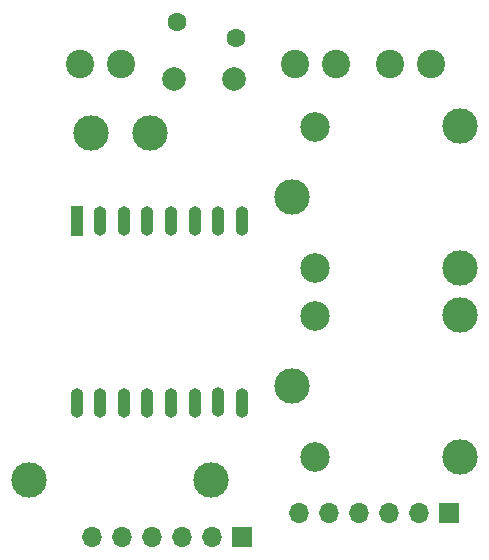
<source format=gts>
G04 #@! TF.GenerationSoftware,KiCad,Pcbnew,no-vcs-found-aeac415~59~ubuntu16.04.1*
G04 #@! TF.CreationDate,2017-08-24T18:22:22+03:00*
G04 #@! TF.ProjectId,wifi_lights,776966695F6C69676874732E6B696361,rev?*
G04 #@! TF.SameCoordinates,Original*
G04 #@! TF.FileFunction,Soldermask,Top*
G04 #@! TF.FilePolarity,Negative*
%FSLAX46Y46*%
G04 Gerber Fmt 4.6, Leading zero omitted, Abs format (unit mm)*
G04 Created by KiCad (PCBNEW no-vcs-found-aeac415~59~ubuntu16.04.1) date Thu Aug 24 18:22:22 2017*
%MOMM*%
%LPD*%
G01*
G04 APERTURE LIST*
%ADD10C,2.400000*%
%ADD11O,1.700000X1.700000*%
%ADD12R,1.700000X1.700000*%
%ADD13C,2.500000*%
%ADD14C,3.000000*%
%ADD15C,1.600000*%
%ADD16C,2.000000*%
%ADD17R,1.100000X2.500000*%
%ADD18O,1.100000X2.500000*%
G04 APERTURE END LIST*
D10*
X112750000Y-56000000D03*
X109250000Y-56000000D03*
X135500000Y-56000000D03*
X139000000Y-56000000D03*
X131000000Y-56000000D03*
X127500000Y-56000000D03*
D11*
X127800000Y-94000000D03*
X130340000Y-94000000D03*
X132880000Y-94000000D03*
X135420000Y-94000000D03*
X137960000Y-94000000D03*
D12*
X140500000Y-94000000D03*
D13*
X129200000Y-73300000D03*
X129200000Y-61300000D03*
D14*
X127250000Y-67250000D03*
X141450000Y-73250000D03*
X141450000Y-61250000D03*
X141450000Y-77250000D03*
X141450000Y-89250000D03*
X127250000Y-83250000D03*
D13*
X129200000Y-77300000D03*
X129200000Y-89300000D03*
D15*
X117500000Y-52450000D03*
X122500000Y-53750000D03*
D16*
X122330000Y-57260000D03*
X117250000Y-57250000D03*
D11*
X110300000Y-96000000D03*
X112840000Y-96000000D03*
X115380000Y-96000000D03*
X117920000Y-96000000D03*
X120460000Y-96000000D03*
D12*
X123000000Y-96000000D03*
D14*
X115200000Y-61799982D03*
X110200000Y-61799982D03*
X120400000Y-91199982D03*
X105000000Y-91199982D03*
D17*
X109000000Y-69300000D03*
D18*
X111000000Y-69300000D03*
X113000000Y-69300000D03*
X115000000Y-69300000D03*
X117000000Y-69300000D03*
X119000000Y-69300000D03*
X121000000Y-69300000D03*
X123000000Y-69300000D03*
X123000000Y-84700000D03*
X121000000Y-84600000D03*
X119000000Y-84700000D03*
X117000000Y-84700000D03*
X115000000Y-84700000D03*
X113000000Y-84700000D03*
X111000000Y-84700000D03*
X109000000Y-84700000D03*
M02*

</source>
